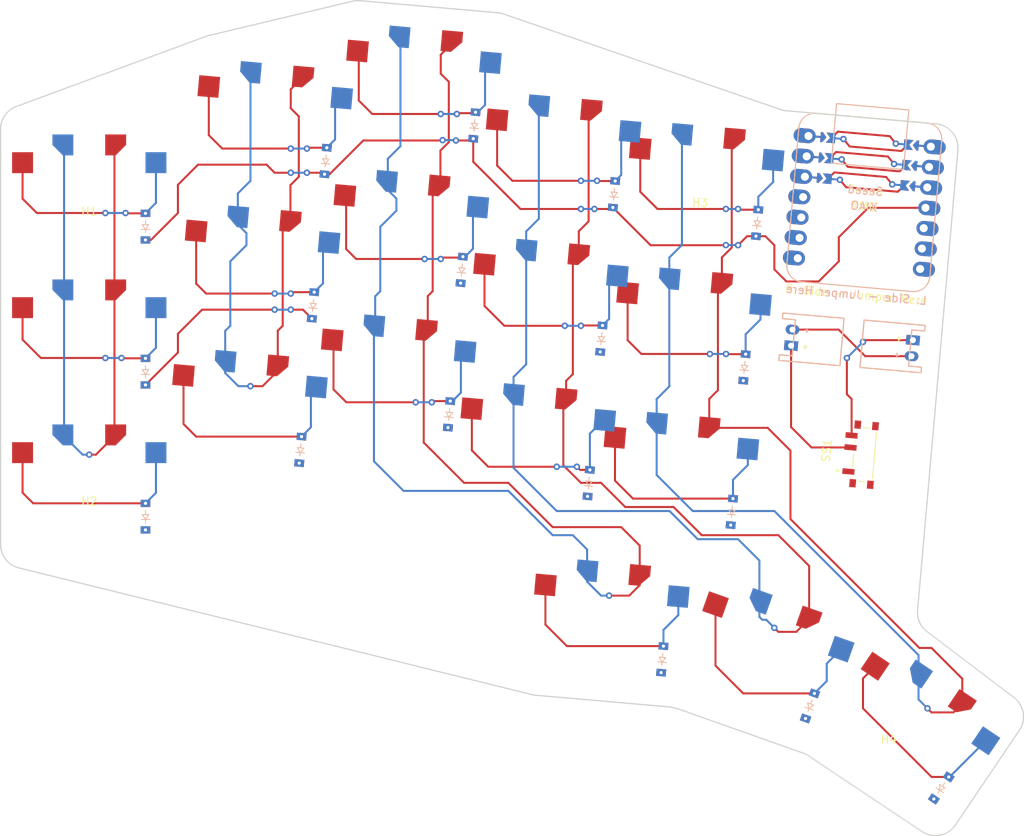
<source format=kicad_pcb>
(kicad_pcb (version 20240108) (generator "pcbnew") (generator_version "8.0")
  (title_block (title "boardPcb") (rev "v1.0.0") (company "Unknown"))
  (layers (0 "F.Cu" signal) (31 "B.Cu" signal) (34 "B.Paste" user) (35 "F.Paste" user) (36 "B.SilkS" user "B.Silkscreen") (37 "F.SilkS" user "F.Silkscreen") (38 "B.Mask" user) (39 "F.Mask" user) (44 "Edge.Cuts" user))
  (net 0 "")
  (net 1 "Net-(D1-A)")
  (net 2 "Net-(D18-A)")
  (net 3 "Net-(D17-A)")
  (net 4 "Net-(D16-A)")
  (net 5 "Net-(D15-A)")
  (net 6 "Net-(D14-A)")
  (net 7 "Net-(D13-A)")
  (net 8 "Net-(D12-A)")
  (net 9 "Net-(D11-A)")
  (net 10 "Net-(D10-A)")
  (net 11 "Net-(D9-A)")
  (net 12 "Net-(D8-A)")
  (net 13 "Net-(D7-A)")
  (net 14 "Net-(D6-A)")
  (net 15 "Net-(D5-A)")
  (net 16 "Net-(D4-A)")
  (net 17 "Net-(D3-A)")
  (net 18 "Net-(D2-A)")
  (net 19 "R2")
  (net 20 "R1")
  (net 21 "R0")
  (net 22 "Net-(JST1-Pin_2)")
  (net 23 "Net-(JST1-Pin_1)")
  (net 24 "R3")
  (net 25 "C2")
  (net 26 "Net-(JST2-Pin_1)")
  (net 27 "C0")
  (net 28 "C1")
  (net 29 "unconnected-(U1-V3-Pad11)")
  (net 30 "C3")
  (net 31 "C4")
  (net 34 "unconnected-(U1-VCC-Pad13)")
  (net 35 "unconnected-(U1-GND-Pad12)")
  (footprint "clacken:reversable_diode" (layer "F.Cu") (at 6.975552 -13.806658 90)
    (property "Reference" "D2" (hide yes))
    (property "Value" "1N4001" (hide yes))
  )
  (footprint "clacken:choc_switches" (layer "F.Cu") (at 58.523756 -40.611038 -5)
    (property "Reference" "S12" (hide yes))
    (property "Value" "SW_SPST" (hide yes))
  )
  (footprint "clacken:reversable_diode" (layer "F.Cu") (at 65.10729 -35.825694 85)
    (property "Reference" "D12" (hide yes))
    (property "Value" "1N4001" (hide yes))
  )
  (footprint "MountingHole:MountingHole_2.2mm_M2" (layer "F.Cu") (at 0 5.5)
    (property "Reference" "H2")
    (property "Value" "MountingHole_2.2mm_M2")
  )
  (footprint "clacken:choc_switches" (layer "F.Cu") (at 41.202341 -49.153204 -5)
    (property "Reference" "S9" (hide yes))
    (property "Value" "SW_SPST" (hide yes))
  )
  (footprint "clacken:reversable_diode" (layer "F.Cu") (at 61.969683 0.037316 85)
    (property "Reference" "D10" (hide yes))
    (property "Value" "1N4001" (hide yes))
  )
  (footprint "clacken:SW_SSSS811101" (layer "F.Cu") (at 96.130734 -3.494292 85)
    (property "Reference" "SS1")
    (property "Value" "SW_SSSS811101")
  )
  (footprint "clacken:choc_switches" (layer "F.Cu") (at 21.179099 -26.813335 -5)
    (property "Reference" "S5" (hide yes))
    (property "Value" "SW_SPST" (hide yes))
  )
  (footprint "clacken:JST_angled" (layer "F.Cu") (at 87.164579 -18.028894 85)
    (property "Reference" "JST1" (hide yes))
    (property "Value" "Conn_01x02" (hide yes))
  )
  (footprint "clacken:reversable_diode" (layer "F.Cu") (at 27.762633 -22.02799 85)
    (property "Reference" "D5" (hide yes))
    (property "Value" "1N4001" (hide yes))
  )
  (footprint "clacken:choc_switches" (layer "F.Cu") (at 84.246109 21.41503 -19.5)
    (property "Reference" "S17" (hide yes))
    (property "Value" "SW_SPST" (hide yes))
  )
  (footprint "clacken:reversable_diode" (layer "F.Cu") (at 26.19383 -4.096486 85)
    (property "Reference" "D4" (hide yes))
    (property "Value" "1N4001" (hide yes))
  )
  (footprint "clacken:choc_switches" (layer "F.Cu") (at 39.633538 -31.2217 -5)
    (property "Reference" "S8" (hide yes))
    (property "Value" "SW_SPST" (hide yes))
  )
  (footprint "clacken:JST_angled" (layer "F.Cu") (at 102.1075 -16.721558 -95)
    (property "Reference" "JST2" (hide yes))
    (property "Value" "Conn_01x02" (hide yes))
  )
  (footprint "clacken:choc_switches" (layer "F.Cu") (at 76.280949 -37.049845 -5)
    (property "Reference" "S15" (hide yes))
    (property "Value" "SW_SPST" (hide yes))
  )
  (footprint "clacken:reversable_diode" (layer "F.Cu") (at 89.421788 27.696335 70.5)
    (property "Reference" "D17" (hide yes))
    (property "Value" "1N4001" (hide yes))
  )
  (footprint "clacken:choc_switches" (layer "F.Cu") (at 74.712145 -19.118341 -5)
    (property "Reference" "S14" (hide yes))
    (property "Value" "SW_SPST" (hide yes))
  )
  (footprint "clacken:choc_switches" (layer "F.Cu") (at 19.610296 -8.88183 -5)
    (property "Reference" "S4" (hide yes))
    (property "Value" "SW_SPST" (hide yes))
  )
  (footprint "clacken:reversable_diode" (layer "F.Cu") (at 29.331436 -39.959495 85)
    (property "Reference" "D6" (hide yes))
    (property "Value" "1N4001" (hide yes))
  )
  (footprint "clacken:choc_switches" (layer "F.Cu") (at 38.064735 -13.290195 -5)
    (property "Reference" "S7" (hide yes))
    (property "Value" "SW_SPST" (hide yes))
  )
  (footprint "clacken:reversable_diode" (layer "F.Cu") (at 81.295679 -14.332996 85)
    (property "Reference" "D14" (hide yes))
    (property "Value" "1N4001" (hide yes))
  )
  (footprint "MountingHole:MountingHole_2.2mm_M2" (layer "F.Cu") (at 75.801592 -31.570775)
    (property "Reference" "H3")
    (property "Value" "MountingHole_2.2mm_M2")
  )
  (footprint "clacken:choc_switches" (layer "F.Cu") (at 22.747902 -44.74484 -5)
    (property "Reference" "S6" (hide yes))
    (property "Value" "SW_SPST" (hide yes))
  )
  (footprint "xiao-ble-tht" (layer "F.Cu") (at 96.161265 -34.808633 -5)
    (property "Reference" "U1" (hide yes))
    (property "Value" "~" (hide yes))
  )
  (footprint "clacken:reversable_diode" (layer "F.Cu") (at 82.864483 -32.264501 85)
    (property "Reference" "D15" (hide yes))
    (property "Value" "1N4001" (hide yes))
  )
  (footprint "clacken:reversable_diode" (layer "F.Cu") (at 71.097554 21.916118 85)
    (property "Reference" "D16" (hide yes))
    (property "Value" "1N4001" (hide yes))
  )
  (footprint "clacken:reversable_diode" (layer "F.Cu") (at 46.217072 -26.436355 85)
    (property "Reference" "D8" (hide yes))
    (property "Value" "1N4001" (hide yes))
  )
  (footprint "clacken:choc_switches" (layer "F.Cu") (at 102.276993 30.503343 -34)
    (property "Reference" "S18" (hide yes))
    (property "Value" "SW_SPST" (hide yes))
  )
  (footprint "clacken:choc_switches" (layer "F.Cu") (at 73.143342 -1.186836 -5)
    (property "Reference" "S13" (hide yes))
    (property "Value" "SW_SPST" (hide yes))
  )
  (footprint "clacken:choc_switches" (layer "F.Cu") (at 0 -36)
    (property "Reference" "S3" (hide yes))
    (property "Value" "SW_SPST" (hide yes))
  )
  (footprint "clacken:reversable_diode" (layer "F.Cu") (at 79.726876 3.598508 85)
    (property "Reference" "D13" (hide yes))
    (property "Value" "1N4001" (hide yes))
  )
  (footprint "clacken:choc_switches" (layer "F.Cu") (at 56.954952 -22.679533 -5)
    (property "Reference" "S11" (hide yes))
    (property "Value" "SW_SPST" (hide yes))
  )
  (footprint "clacken:reversable_diode" (layer "F.Cu") (at 6.975552 -31.806658 90)
    (property "Reference" "D3" (hide yes))
    (property "Value" "1N4001" (hide yes))
  )
  (footprint "clacken:reversable_diode" (layer "F.Cu") (at 105.7151 37.88046 56)
    (property "Reference" "D18" (hide yes))
    (property "Value" "1N4001" (hide yes))
  )
  (footprint "clacken:reversable_diode" (layer "F.Cu") (at 63.538486 -17.894189 85)
    (property "Reference" "D11" (hide yes))
    (property "Value" "1N4001" (hide yes))
  )
  (footprint "MountingHole:MountingHole_2.2mm_M2" (layer "F.Cu") (at 0 -30.5)
    (property "Reference" "H1")
    (property "Value" "MountingHole_2.2mm_M2")
  )
  (footprint "clacken:choc_switches" (layer "F.Cu") (at 55.386149 -4.748029 -5)
    (property "Reference" "S10" (hide yes))
    (property "Value" "SW_SPST" (hide yes))
  )
  (footprint "clacken:choc_switches" (layer "F.Cu") (at 0 0)
    (property "Reference" "S1" (hide yes))
    (property "Value" "SW_SPST" (hide yes))
  )
  (footprint "clacken:reversable_diode" (layer "F.Cu") (at 47.785875 -44.36786 85)
    (property "Reference" "D9" (hide yes))
    (property "Value" "1N4001" (hide yes))
  )
  (footprint "clacken:choc_switches" (layer "F.Cu") (at 0 -18)
    (property "Reference" "S2" (hide yes))
    (property "Value" "SW_SPST" (hide yes))
  )
  (footprint "clacken:reversable_diode" (layer "F.Cu") (at 6.975552 4.193342 90)
    (property "Reference" "D1" (hide yes))
    (property "Value" "1N4001" (hide yes))
  )
  (footprint "clacken:reversable_diode" (layer "F.Cu") (at 44.648269 -8.504851 85)
    (property "Reference" "D7" (hide yes))
    (property "Value" "1N4001" (hide yes))
  )
  (footprint "MountingHole:MountingHole_2.2mm_M2" (layer "F.Cu") (at 99.201432 35.06305)
    (property "Reference" "H4")
    (property "Value" "MountingHole_2.2mm_M2")
  )
  (footprint "clacken:choc_switches" (layer "F.Cu") (at 64.51402 17.130773 -5)
    (property "Reference" "S16" (hide yes))
    (property "Value" "SW_SPST" (hide yes))
  )
  (gr_arc (start -11 -43.911182) (mid -10.461999 -45.625404) (end -9.040961 -46.724792) (stroke (width 0.15)) (layer "Edge.Cuts"))
  (gr_arc (start 105.045958 -44.571431) (mid 107.082624 -43.51121) (end 107.773075 -41.32138) (stroke (width 0.15)) (layer "Edge.Cuts"))
  (gr_arc (start 50.67174 -58.362938) (mid 51.034936 -58.308599) (end 51.388771 -58.210291) (stroke (width 0.15)) (layer "Edge.Cuts"))
  (gr_line (start 33.593127 -59.857123) (end 50.671739 -58.362938) (stroke (width 0.15)) (layer "Edge.Cuts"))
  (gr_arc (start 107.473693 42.470126) (mid 105.566364 43.73599) (end 103.321452 43.288013) (stroke (width 0.15)) (layer "Edge.Cuts"))
  (gr_line (start 86.48617 -46.195203) (end 105.045958 -44.571432) (stroke (width 0.15)) (layer "Edge.Cuts"))
  (gr_arc (start -8.719659 10.563476) (mid -10.362094 9.500536) (end -11 7.651073) (stroke (width 0.15)) (layer "Edge.Cuts"))
  (gr_arc (start 103.945845 18.471535) (mid 103.015876 17.296364) (end 102.77038 15.817986) (stroke (width 0.15)) (layer "Edge.Cuts"))
  (gr_line (start 103.321452 43.288013) (end 89.231622 33.886407) (stroke (width 0.15)) (layer "Edge.Cuts"))
  (gr_line (start 88.567914 33.553948) (end 72.895588 28.004086) (stroke (width 0.15)) (layer "Edge.Cuts"))
  (gr_line (start 115.401368 30.716864) (end 107.473693 42.470126) (stroke (width 0.15)) (layer "Edge.Cuts"))
  (gr_line (start 72.895588 28.004086) (end 72.110118 27.833544) (stroke (width 0.15)) (layer "Edge.Cuts"))
  (gr_line (start -11 7.651073) (end -11 -43.911182) (stroke (width 0.15)) (layer "Edge.Cuts"))
  (gr_line (start 51.388771 -58.210291) (end 85.769139 -46.347849) (stroke (width 0.15)) (layer "Edge.Cuts"))
  (gr_line (start 107.773075 -41.32138) (end 103.284633 9.981746) (stroke (width 0.15)) (layer "Edge.Cuts"))
  (gr_line (start -9.040961 -46.724792) (end 14.484868 -55.428722) (stroke (width 0.15)) (layer "Edge.Cuts"))
  (gr_arc (start 86.486171 -46.195202) (mid 86.122975 -46.249541) (end 85.769139 -46.347849) (stroke (width 0.15)) (layer "Edge.Cuts"))
  (gr_arc (start 103.284633 9.981746) (mid 103.284552 9.982673) (end 103.28447 9.9836) (stroke (width 0.15)) (layer "Edge.Cuts"))
  (gr_arc (start 114.727211 26.649059) (mid 115.873885 28.548787) (end 115.401368 30.716864) (stroke (width 0.15)) (layer "Edge.Cuts"))
  (gr_line (start 103.28447 9.9836) (end 102.77038 15.817986) (stroke (width 0.15)) (layer "Edge.Cuts"))
  (gr_arc (start 55.406861 26.372198) (mid 55.176288 26.342988) (end 54.948669 26.296017) (stroke (width 0.15)) (layer "Edge.Cuts"))
  (gr_arc (start 32.634636 -59.786442) (mid 33.111033 -59.860415) (end 33.593127 -59.857123) (stroke (width 0.15)) (layer "Edge.Cuts"))
  (gr_line (start 103.945845 18.471535) (end 114.727212 26.649058) (stroke (width 0.15)) (layer "Edge.Cuts"))
  (gr_line (start 14.828805 -55.533015) (end 32.634636 -59.786442) (stroke (width 0.15)) (layer "Edge.Cuts"))
  (gr_arc (start 88.567914 33.553948) (mid 88.910091 33.69957) (end 89.231622 33.886407) (stroke (width 0.15)) (layer "Edge.Cuts"))
  (gr_line (start 72.110118 27.833544) (end 55.406861 26.372198) (stroke (width 0.15)) (layer "Edge.Cuts"))
  (gr_line (start 54.948669 26.296017) (end -8.719659 10.563476) (stroke (width 0.15)) (layer "Edge.Cuts"))
  (gr_arc (start 14.484868 -55.428722) (mid 14.655273 -55.486024) (end 14.828805 -55.533015) (stroke (width 0.15)) (layer "Edge.Cuts"))
  (segment (start -6.956658 2.543342) (end -8.275 1.225) (width 0.25) (layer "F.Cu") (net 1))
  (segment (start 6.975552 2.543342) (end -6.956658 2.543342) (width 0.25) (layer "F.Cu") (net 1))
  (segment (start -8.275 1.225) (end -8.275 -3.75) (width 0.25) (layer "F.Cu") (net 1))
  (segment (start 8.275 1.243894) (end 6.975552 2.543342) (width 0.25) (layer "B.Cu") (net 1))
  (segment (start 8.275 -3.75) (end 8.275 1.243894) (width 0.25) (layer "B.Cu") (net 1))
  (segment (start 96 24.280811) (end 97.51368 22.767131) (width 0.25) (layer "F.Cu") (net 2))
  (segment (start 106.637768 36.512548) (end 104.512548 36.512548) (width 0.25) (layer "F.Cu") (net 2))
  (segment (start 96 28) (end 96 24.280811) (width 0.25) (layer "F.Cu") (net 2))
  (segment (start 104.512548 36.512548) (end 96 28) (width 0.25) (layer "F.Cu") (net 2))
  (segment (start 111.234252 32.021773) (end 106.743477 36.512548) (width 0.25) (layer "B.Cu") (net 2))
  (segment (start 106.743477 36.512548) (end 106.637768 36.512548) (width 0.25) (layer "B.Cu") (net 2))
  (segment (start 77.697526 22.697526) (end 77.697526 15.117873) (width 0.25) (layer "F.Cu") (net 3))
  (segment (start 81.140977 26.140977) (end 77.697526 22.697526) (width 0.25) (layer "F.Cu") (net 3))
  (segment (start 89.972569 26.140977) (end 81.140977 26.140977) (width 0.25) (layer "F.Cu") (net 3))
  (segment (start 91.5 24.613546) (end 89.972569 26.140977) (width 0.25) (layer "B.Cu") (net 3))
  (segment (start 91.5 22.440619) (end 91.5 24.613546) (width 0.25) (layer "B.Cu") (net 3))
  (segment (start 93.298243 20.642376) (end 91.5 22.440619) (width 0.25) (layer "B.Cu") (net 3))
  (segment (start 56.597343 17.597343) (end 56.597343 12.673829) (width 0.25) (layer "F.Cu") (net 4))
  (segment (start 71.241361 20.272397) (end 59.272397 20.272397) (width 0.25) (layer "F.Cu") (net 4))
  (segment (start 59.272397 20.272397) (end 56.597343 17.597343) (width 0.25) (layer "F.Cu") (net 4))
  (segment (start 73.084365 14.116257) (end 73.084365 16.415635) (width 0.25) (layer "B.Cu") (net 4))
  (segment (start 71.241361 18.258639) (end 71.241361 20.272397) (width 0.25) (layer "B.Cu") (net 4))
  (segment (start 73.084365 16.415635) (end 71.241361 18.258639) (width 0.25) (layer "B.Cu") (net 4))
  (segment (start 78.98876 -34) (end 70.5 -34) (width 0.25) (layer "F.Cu") (net 5))
  (segment (start 70.5 -34) (end 68.364272 -36.135728) (width 0.25) (layer "F.Cu") (net 5))
  (segment (start 80.591778 -33.908222) (end 80.5 -34) (width 0.25) (layer "F.Cu") (net 5))
  (segment (start 83.00829 -33.908222) (end 80.591778 -33.908222) (width 0.25) (layer "F.Cu") (net 5))
  (segment (start 68.364272 -36.135728) (end 68.364272 -41.506789) (width 0.25) (layer "F.Cu") (net 5))
  (via (at 78.98876 -34) (size 0.8) (drill 0.4) (layers "F.Cu" "B.Cu") (net 5))
  (via (at 80.5 -34) (size 0.8) (drill 0.4) (layers "F.Cu" "B.Cu") (net 5))
  (segment (start 83.00829 -35.50829) (end 83.00829 -33.908222) (width 0.25) (layer "B.Cu") (net 5))
  (segment (start 84.851294 -40.064361) (end 84.851294 -37.351294) (width 0.25) (layer "B.Cu") (net 5))
  (segment (start 84.851294 -37.351294) (end 83.00829 -35.50829) (width 0.25) (layer "B.Cu") (net 5))
  (segment (start 80.5 -34) (end 78.98876 -34) (width 0.25) (layer "B.Cu") (net 5))
  (segment (start 77 -16) (end 68.5 -16) (width 0.25) (layer "F.Cu") (net 6))
  (segment (start 68.5 -16) (end 66.795468 -17.704532) (width 0.25) (layer "F.Cu") (net 6))
  (segment (start 79.023283 -15.976717) (end 79 -16) (width 0.25) (layer "F.Cu") (net 6))
  (segment (start 66.795468 -17.704532) (end 66.795468 -23.575285) (width 0.25) (layer "F.Cu") (net 6))
  (segment (start 81.439486 -15.976717) (end 79.023283 -15.976717) (width 0.25) (layer "F.Cu") (net 6))
  (via (at 77 -16) (size 0.8) (drill 0.4) (layers "F.Cu" "B.Cu") (net 6))
  (via (at 79 -16) (size 0.8) (drill 0.4) (layers "F.Cu" "B.Cu") (net 6))
  (segment (start 83.28249 -20.28249) (end 81.439486 -18.439486) (width 0.25) (layer "B.Cu") (net 6))
  (segment (start 79 -16) (end 77 -16) (width 0.25) (layer "B.Cu") (net 6))
  (segment (start 81.439486 -18.439486) (end 81.439486 -15.976717) (width 0.25) (layer "B.Cu") (net 6))
  (segment (start 83.28249 -22.132857) (end 83.28249 -20.28249) (width 0.25) (layer "B.Cu") (net 6))
  (segment (start 67.454787 1.954787) (end 65.226665 -0.273335) (width 0.25) (layer "F.Cu") (net 7))
  (segment (start 65.226665 -0.273335) (end 65.226665 -5.64378) (width 0.25) (layer "F.Cu") (net 7))
  (segment (start 79.870683 1.954787) (end 67.454787 1.954787) (width 0.25) (layer "F.Cu") (net 7))
  (segment (start 81.713687 -4.201352) (end 81.713687 -2.213687) (width 0.25) (layer "B.Cu") (net 7))
  (segment (start 81.713687 -2.213687) (end 79.870683 -0.370683) (width 0.25) (layer "B.Cu") (net 7))
  (segment (start 79.870683 -0.370683) (end 79.870683 1.954787) (width 0.25) (layer "B.Cu") (net 7))
  (segment (start 52.5 -37.5) (end 50.607079 -39.392921) (width 0.25) (layer "F.Cu") (net 8))
  (segment (start 61 -37.5) (end 52.5 -37.5) (width 0.25) (layer "F.Cu") (net 8))
  (segment (start 65.251097 -37.469415) (end 63.030585 -37.469415) (width 0.25) (layer "F.Cu") (net 8))
  (segment (start 50.607079 -39.392921) (end 50.607079 -45.067982) (width 0.25) (layer "F.Cu") (net 8))
  (segment (start 63.030585 -37.469415) (end 63 -37.5) (width 0.25) (layer "F.Cu") (net 8))
  (via (at 63 -37.5) (size 0.8) (drill 0.4) (layers "F.Cu" "B.Cu") (net 8))
  (via (at 61 -37.5) (size 0.8) (drill 0.4) (layers "F.Cu" "B.Cu") (net 8))
  (segment (start 66 -38.218318) (end 65.251097 -37.469415) (width 0.25) (layer "B.Cu") (net 8))
  (segment (start 67.094101 -43.625554) (end 66 -42.531453) (width 0.25) (layer "B.Cu") (net 8))
  (segment (start 66 -42.531453) (end 66 -38.218318) (width 0.25) (layer "B.Cu") (net 8))
  (segment (start 63 -37.5) (end 61 -37.5) (width 0.25) (layer "B.Cu") (net 8))
  (segment (start 63.682293 -19.53791) (end 61.03791 -19.53791) (width 0.25) (layer "F.Cu") (net 9))
  (segment (start 61.03791 -19.53791) (end 61 -19.5) (width 0.25) (layer "F.Cu") (net 9))
  (segment (start 59 -19.5) (end 51.5 -19.5) (width 0.25) (layer "F.Cu") (net 9))
  (segment (start 51.5 -19.5) (end 49.038275 -21.961725) (width 0.25) (layer "F.Cu") (net 9))
  (segment (start 49.038275 -21.961725) (end 49.038275 -27.136477) (width 0.25) (layer "F.Cu") (net 9))
  (via (at 61 -19.5) (size 0.8) (drill 0.4) (layers "F.Cu" "B.Cu") (net 9))
  (via (at 59 -19.5) (size 0.8) (drill 0.4) (layers "F.Cu" "B.Cu") (net 9))
  (segment (start 65.525297 -25.694049) (end 64.5 -24.668752) (width 0.25) (layer "B.Cu") (net 9))
  (segment (start 64.5 -24.668752) (end 64.5 -20.355617) (width 0.25) (layer "B.Cu") (net 9))
  (segment (start 61 -19.5) (end 59 -19.5) (width 0.25) (layer "B.Cu") (net 9))
  (segment (start 64.5 -20.355617) (end 63.682293 -19.53791) (width 0.25) (layer "B.Cu") (net 9))
  (segment (start 49.5 -2) (end 47.469472 -4.030528) (width 0.25) (layer "F.Cu") (net 10))
  (segment (start 47.469472 -4.030528) (end 47.469472 -9.204973) (width 0.25) (layer "F.Cu") (net 10))
  (segment (start 60.893595 -1.606405) (end 60.5 -2) (width 0.25) (layer "F.Cu") (net 10))
  (segment (start 58 -2) (end 49.5 -2) (width 0.25) (layer "F.Cu") (net 10))
  (segment (start 62.11349 -1.606405) (end 60.893595 -1.606405) (width 0.25) (layer "F.Cu") (net 10))
  (via (at 60.5 -2) (size 0.8) (drill 0.4) (layers "F.Cu" "B.Cu") (net 10))
  (via (at 58 -2) (size 0.8) (drill 0.4) (layers "F.Cu" "B.Cu") (net 10))
  (segment (start 62.11349 -6.11349) (end 62.11349 -1.606405) (width 0.25) (layer "B.Cu") (net 10))
  (segment (start 63.762545 -7.762545) (end 62.11349 -6.11349) (width 0.25) (layer "B.Cu") (net 10))
  (segment (start 60.5 -2) (end 58 -2) (width 0.25) (layer "B.Cu") (net 10))
  (segment (start 63.956494 -7.762545) (end 63.762545 -7.762545) (width 0.25) (layer "B.Cu") (net 10))
  (segment (start 43.60859 -45.792419) (end 35.10859 -45.792419) (width 0.25) (layer "F.Cu") (net 11))
  (segment (start 33.439815 -47.461194) (end 33.439815 -53.494203) (width 0.25) (layer "F.Cu") (net 11))
  (segment (start 35.10859 -45.792419) (end 33.439815 -47.461194) (width 0.25) (layer "F.Cu") (net 11))
  (segment (start 48.083833 -45.895635) (end 45.711806 -45.895635) (width 0.25) (layer "F.Cu") (net 11))
  (via (at 45.60859 -45.792419) (size 0.8) (drill 0.4) (layers "F.Cu" "B.Cu") (net 11))
  (via (at 43.60859 -45.792419) (size 0.8) (drill 0.4) (layers "F.Cu" "B.Cu") (net 11))
  (segment (start 45.60859 -45.792419) (end 43.60859 -45.792419) (width 0.25) (layer "B.Cu") (net 11))
  (segment (start 49.10859 -46.920392) (end 48.083833 -45.895635) (width 0.25) (layer "B.Cu") (net 11))
  (segment (start 49.10859 -51.233528) (end 49.10859 -46.920392) (width 0.25) (layer "B.Cu") (net 11))
  (segment (start 33.10859 -27.792419) (end 31.871012 -29.029997) (width 0.25) (layer "F.Cu") (net 12))
  (segment (start 46.51503 -27.96413) (end 43.780301 -27.96413) (width 0.25) (layer "F.Cu") (net 12))
  (segment (start 31.871012 -29.029997) (end 31.871012 -35.562698) (width 0.25) (layer "F.Cu") (net 12))
  (segment (start 41.60859 -27.792419) (end 33.10859 -27.792419) (width 0.25) (layer "F.Cu") (net 12))
  (via (at 41.60859 -27.792419) (size 0.8) (drill 0.4) (layers "F.Cu" "B.Cu") (net 12))
  (via (at 43.60859 -27.792419) (size 0.8) (drill 0.4) (layers "F.Cu" "B.Cu") (net 12))
  (segment (start 47.60859 -29.05769) (end 46.51503 -27.96413) (width 0.25) (layer "B.Cu") (net 12))
  (segment (start 43.60859 -27.792419) (end 41.60859 -27.792419) (width 0.25) (layer "B.Cu") (net 12))
  (segment (start 47.60859 -33.370826) (end 47.60859 -29.05769) (width 0.25) (layer "B.Cu") (net 12))
  (segment (start 40.5 -10) (end 31.901009 -10) (width 0.25) (layer "F.Cu") (net 13))
  (segment (start 31.901009 -10) (end 30.302209 -11.5988) (width 0.25) (layer "F.Cu") (net 13))
  (segment (start 44.792076 -10.148572) (end 42.648572 -10.148572) (width 0.25) (layer "F.Cu") (net 13))
  (segment (start 42.648572 -10.148572) (end 42.5 -10) (width 0.25) (layer "F.Cu") (net 13))
  (segment (start 30.302209 -11.5988) (end 30.302209 -17.631193) (width 0.25) (layer "F.Cu") (net 13))
  (via (at 42.5 -10) (size 0.8) (drill 0.4) (layers "F.Cu" "B.Cu") (net 13))
  (via (at 40.5 -10) (size 0.8) (drill 0.4) (layers "F.Cu" "B.Cu") (net 13))
  (segment (start 46.10859 -15.792419) (end 46.10859 -11.194989) (width 0.25) (layer "B.Cu") (net 13))
  (segment (start 46.10859 -11.194989) (end 44.946227 -10.032626) (width 0.25) (layer "B.Cu") (net 13))
  (segment (start 42.5 -10) (end 40.5 -10) (width 0.25) (layer "B.Cu") (net 13))
  (segment (start 16.5 -41.5) (end 14.831225 -43.168775) (width 0.25) (layer "F.Cu") (net 14))
  (segment (start 14.831225 -43.168775) (end 14.831225 -49.201784) (width 0.25) (layer "F.Cu") (net 14))
  (segment (start 29.475243 -41.603216) (end 27.103216 -41.603216) (width 0.25) (layer "F.Cu") (net 14))
  (segment (start 25 -41.5) (end 16.5 -41.5) (width 0.25) (layer "F.Cu") (net 14))
  (segment (start 27.103216 -41.603216) (end 27 -41.5) (width 0.25) (layer "F.Cu") (net 14))
  (via (at 27 -41.5) (size 0.8) (drill 0.4) (layers "F.Cu" "B.Cu") (net 14))
  (via (at 25 -41.5) (size 0.8) (drill 0.4) (layers "F.Cu" "B.Cu") (net 14))
  (segment (start 27 -41.5) (end 25 -41.5) (width 0.25) (layer "B.Cu") (net 14))
  (segment (start 30.5 -42.627973) (end 29.475243 -41.603216) (width 0.25) (layer "B.Cu") (net 14))
  (segment (start 30.5 -46.941109) (end 30.5 -42.627973) (width 0.25) (layer "B.Cu") (net 14))
  (segment (start 31.318247 -47.759356) (end 30.5 -46.941109) (width 0.25) (layer "B.Cu") (net 14))
  (segment (start 14.5 -23.5) (end 13.262422 -24.737578) (width 0.25) (layer "F.Cu") (net 15))
  (segment (start 27.90644 -23.671711) (end 25.171711 -23.671711) (width 0.25) (layer "F.Cu") (net 15))
  (segment (start 23 -23.5) (end 14.5 -23.5) (width 0.25) (layer "F.Cu") (net 15))
  (segment (start 13.262422 -24.737578) (end 13.262422 -31.270279) (width 0.25) (layer "F.Cu") (net 15))
  (segment (start 25.171711 -23.671711) (end 25 -23.5) (width 0.25) (layer "F.Cu") (net 15))
  (via (at 25 -23.5) (size 0.8) (drill 0.4) (layers "F.Cu" "B.Cu") (net 15))
  (via (at 23 -23.5) (size 0.8) (drill 0.4) (layers "F.Cu" "B.Cu") (net 15))
  (segment (start 29 -24.765271) (end 27.90644 -23.671711) (width 0.25) (layer "B.Cu") (net 15))
  (segment (start 29 -29.078407) (end 29 -24.765271) (width 0.25) (layer "B.Cu") (net 15))
  (segment (start 29.749444 -29.827851) (end 29 -29.078407) (width 0.25) (layer "B.Cu") (net 15))
  (segment (start 25 -23.5) (end 23 -23.5) (width 0.25) (layer "B.Cu") (net 15))
  (segment (start 13.259793 -5.740207) (end 11.693619 -7.306381) (width 0.25) (layer "F.Cu") (net 16))
  (segment (start 11.693619 -7.306381) (end 11.693619 -13.338774) (width 0.25) (layer "F.Cu") (net 16))
  (segment (start 26.337637 -5.740207) (end 13.259793 -5.740207) (width 0.25) (layer "F.Cu") (net 16))
  (segment (start 28.180641 -11.896346) (end 27.896346 -11.896346) (width 0.25) (layer "B.Cu") (net 16))
  (segment (start 27.896346 -11.896346) (end 27.5 -11.5) (width 0.25) (layer "B.Cu") (net 16))
  (segment (start 27.5 -11.5) (end 27.5 -6.90257) (width 0.25) (layer "B.Cu") (net 16))
  (segment (start 27.5 -6.90257) (end 26.337637 -5.740207) (width 0.25) (layer "B.Cu") (net 16))
  (segment (start 4.543342 -33.456658) (end 4.5 -33.5) (width 0.25) (layer "F.Cu") (net 17))
  (segment (start 6.975552 -33.456658) (end 4.543342 -33.456658) (width 0.25) (layer "F.Cu") (net 17))
  (segment (start -8.275 -35.275) (end -8.275 -39.75) (width 0.25) (layer "F.Cu") (net 17))
  (segment (start 2 -33.5) (end -6.5 -33.5) (width 0.25) (layer "F.Cu") (net 17))
  (segment (start -6.5 -33.5) (end -8.275 -35.275) (width 0.25) (layer "F.Cu") (net 17))
  (via (at 4.5 -33.5) (size 0.8) (drill 0.4) (layers "F.Cu" "B.Cu") (net 17))
  (via (at 2 -33.5) (size 0.8) (drill 0.4) (layers "F.Cu" "B.Cu") (net 17))
  (segment (start 8.275 -34.756106) (end 6.975552 -33.456658) (width 0.25) (layer "B.Cu") (net 17))
  (segment (start 4.5 -33.5) (end 2 -33.5) (width 0.25) (layer "B.Cu") (net 17))
  (segment (start 8.275 -39.75) (end 8.275 -34.756106) (width 0.25) (layer "B.Cu") (net 17))
  (segment (start -8.275 -17.775) (end -8.275 -21.75) (width 0.25) (layer "F.Cu") (net 18))
  (segment (start 2 -15.5) (end -6 -15.5) (width 0.25) (layer "F.Cu") (net 18))
  (segment (start 6.975552 -15.456658) (end 4.043342 -15.456658) (width 0.25) (layer "F.Cu") (net 18))
  (segment (start -6 -15.5) (end -8.275 -17.775) (width 0.25) (layer "F.Cu") (net 18))
  (segment (start 4.043342 -15.456658) (end 4 -15.5) (width 0.25) (layer "F.Cu") (net 18))
  (via (at 4 -15.5) (size 0.8) (drill 0.4) (layers "F.Cu" "B.Cu") (net 18))
  (via (at 2 -15.5) (size 0.8) (drill 0.4) (layers "F.Cu" "B.Cu") (net 18))
  (segment (start 8.275 -16.756106) (end 6.975552 -15.456658) (width 0.25) (layer "B.Cu") (net 18))
  (segment (start 8.275 -21.75) (end 8.275 -16.756106) (width 0.25) (layer "B.Cu") (net 18))
  (segment (start 4 -15.5) (end 2 -15.5) (width 0.25) (layer "B.Cu") (net 18))
  (segment (start 26.503095 -21.5) (end 27.618826 -20.384269) (width 0.25) (layer "F.Cu") (net 20))
  (segment (start 25 -21.5) (end 26.503095 -21.5) (width 0.25) (layer "F.Cu") (net 20))
  (segment (start 14 -21.5) (end 23 -21.5) (width 0.25) (layer "F.Cu") (net 20))
  (segment (start 6.975552 -12.156658) (end 11 -16.181106) (width 0.25) (layer "F.Cu") (net 20))
  (segment (start 11 -18.5) (end 14 -21.5) (width 0.25) (layer "F.Cu") (net 20))
  (segment (start 11 -16.181106) (end 11 -18.5) (width 0.25) (layer "F.Cu") (net 20))
  (via (at 23 -21.5) (size 0.8) (drill 0.4) (layers "F.Cu" "B.Cu") (net 20))
  (via (at 25 -21.5) (size 0.8) (drill 0.4) (layers "F.Cu" "B.Cu") (net 20))
  (segment (start 23 -21.5) (end 25 -21.5) (width 0.25) (layer "B.Cu") (net 20))
  (segment (start 93 -30.5) (end 96.644506 -34.144506) (width 0.25) (layer "F.Cu") (net 21))
  (segment (start 47.417929 -42.5) (end 47.642068 -42.724139) (width 0.25) (layer "F.Cu") (net 21))
  (segment (start 85 -26.5) (end 86.5 -25) (width 0.25) (layer "F.Cu") (net 21))
  (segment (start 7.656658 -30.156658) (end 10.5 -33) (width 0.25) (layer "F.Cu") (net 21))
  (segment (start 78.974694 -29.5) (end 78.987347 -29.512653) (width 0.25) (layer "F.Cu") (net 21))
  (segment (start 85 -29.5) (end 85 -26.5) (width 0.25) (layer "F.Cu") (net 21))
  (segment (start 22 -39.5) (end 23 -38.5) (width 0.25) (layer "F.Cu") (net 21))
  (segment (start 62.681567 -34) (end 64.78151 -34) (width 0.25) (layer "F.Cu") (net 21))
  (segment (start 51.5 -36) (end 53.5 -34) (width 0.25) (layer "F.Cu") (net 21))
  (segment (start 53.5 -34) (end 61 -34) (width 0.25) (layer "F.Cu") (net 21))
  (segment (start 86.5 -25) (end 90.5 -25) (width 0.25) (layer "F.Cu") (net 21))
  (segment (start 13.5 -39.5) (end 22 -39.5) (width 0.25) (layer "F.Cu") (net 21))
  (segment (start 29.003403 -38.5) (end 29.187629 -38.315774) (width 0.25) (layer "F.Cu") (net 21))
  (segment (start 11 -37) (end 13.5 -39.5) (width 0.25) (layer "F.Cu") (net 21))
  (segment (start 81.62078 -30.62078) (end 82.720676 -30.62078) (width 0.25) (layer "F.Cu") (net 21))
  (segment (start 10.5 -33) (end 11 -33.5) (width 0.25) (layer "F.Cu") (net 21))
  (segment (start 29.815774 -38.315774) (end 34 -42.5) (width 0.25) (layer "F.Cu") (net 21))
  (segment (start 6.975552 -30.156658) (end 7.656658 -30.156658) (width 0.25) (layer "F.Cu") (net 21))
  (segment (start 48 -39.5) (end 51.5 -36) (width 0.25) (layer "F.Cu") (net 21))
  (segment (start 64.963483 -34.181973) (end 69.645456 -29.5) (width 0.25) (layer "F.Cu") (net 21))
  (segment (start 90.5 -25) (end 93 -27.5) (width 0.25) (layer "F.Cu") (net 21))
  (segment (start 47.642068 -39.857932) (end 48 -39.5) (width 0.25) (layer "F.Cu") (net 21))
  (segment (start 11 -36) (end 11 -37) (width 0.25) (layer "F.Cu") (net 21))
  (segment (start 43.790866 -42.5) (end 43.837228 -42.546362) (width 0.25) (layer "F.Cu") (net 21))
  (segment (start 23 -38.5) (end 25 -38.5) (width 0.25) (layer "F.Cu") (net 21))
  (segment (start 29.187629 -38.315774) (end 29.815774 -38.315774) (width 0.25) (layer "F.Cu") (net 21))
  (segment (start 45.5 -42.5) (end 47.417929 -42.5) (width 0.25) (layer "F.Cu") (net 21))
  (segment (start 11 -33.5) (end 11 -36) (width 0.25) (layer "F.Cu") (net 21))
  (segment (start 27 -38.5) (end 29.003403 -38.5) (width 0.25) (layer "F.Cu") (net 21))
  (segment (start 93 -27.5) (end 93 -30.5) (width 0.25) (layer "F.Cu") (net 21))
  (segment (start 80.5 -29.5) (end 81.62078 -30.62078) (width 0.25) (layer "F.Cu") (net 21))
  (segment (start 47.642068 -42.724139) (end 47.642068 -39.857932) (width 0.25) (layer "F.Cu") (net 21))
  (segment (start 96.644506 -34.144506) (end 103.752269 -34.144506) (width 0.25) (layer "F.Cu") (net 21))
  (segment (start 82.720676 -30.62078) (end 83.87922 -30.62078) (width 0.25) (layer "F.Cu") (net 21))
  (segment (start 69.645456 -29.5) (end 74.5 -29.5) (width 0.25) (layer "F.Cu") (net 21))
  (segment (start 74.5 -29.5) (end 78.974694 -29.5) (width 0.25) (layer "F.Cu") (net 21))
  (segment (start 34 -42.5) (end 43.790866 -42.5) (width 0.25) (layer "F.Cu") (net 21))
  (segment (start 83.87922 -30.62078) (end 85 -29.5) (width 0.25) (layer "F.Cu") (net 21))
  (via (at 27 -38.5) (size 0.8) (drill 0.4) (layers "F.Cu" "B.Cu") (net 21))
  (via (at 80.5 -29.5) (size 0.8) (drill 0.4) (layers "F.Cu" "B.Cu") (net 21))
  (via (at 43.837228 -42.546362) (size 0.8) (drill 0.4) (layers "F.Cu" "B.Cu") (net 21))
  (via (at 78.987347 -29.512653) (size 0.8) (drill 0.4) (layers "F.Cu" "B.Cu") (net 21))
  (via (at 61 -34) (size 0.8) (drill 0.4) (layers "F.Cu" "B.Cu") (net 21))
  (via (at 45.5 -42.5) (size 0.8) (drill 0.4) (layers "F.Cu" "B.Cu") (net 21))
  (via (at 25 -38.5) (size 0.8) (drill 0.4) (layers "F.Cu" "B.Cu") (net 21))
  (via (at 62.681567 -34) (size 0.8) (drill 0.4) (layers "F.Cu" "B.Cu") (net 21))
  (segment (start 80.487347 -29.512653) (end 80.5 -29.5) (width 0.25) (layer "B.Cu") (net 21))
  (segment (start 45.453638 -42.546362) (end 45.5 -42.5) (width 0.25) (layer "B.Cu") (net 21))
  (segment (start 61 -34) (end 62.681567 -34) (width 0.25) (layer "B.Cu") (net 21))
  (segment (start 43.837228 -42.546362) (end 45.453638 -42.546362) (width 0.25) (layer "B.Cu") (net 21))
  (segment (start 78.987347 -29.512653) (end 80.487347 -29.512653) (width 0.25) (layer "B.Cu") (net 21))
  (segment (start 25 -38.5) (end 27 -38.5) (width 0.25) (layer "B.Cu") (net 21))
  (segment (start 87.251735 -19.025089) (end 92.974911 -19.025089) (width 0.25) (layer "F.Cu") (net 22))
  (segment (start 96.274637 -15.725363) (end 102.020344 -15.725363) (width 0.25) (layer "F.Cu") (net 22))
  (segment (start 92.974911 -19.025089) (end 96.274637 -15.725363) (width 0.25) (layer "F.Cu") (net 22))
  (segment (start 87.077423 -17.032699) (end 87.077423 -6.922577) (width 0.25) (layer "F.Cu") (net 23))
  (segment (start 87.077423 -6.922577) (end 89.606039 -4.393961) (width 0.25) (layer "F.Cu") (net 23))
  (segment (start 89.606039 -4.393961) (end 94.45276 -4.393961) (width 0.25) (layer "F.Cu") (net 23))
  (segment (start 45.137606 -54.679182) (end 43.60859 -53.150166) (width 0.25) (layer "F.Cu") (net 25))
  (segment (start 100.31 -36.14) (end 93.9 -36.7) (width 0.25) (layer "F.Cu") (net 25))
  (segment (start 52 0) (end 57.5 5.5) (width 0.25) (layer "F.Cu") (net 25))
  (segment (start 64.5 14) (end 67 14) (width 0.25) (layer "F.Cu") (net 25))
  (segment (start 90.78 -37.83) (end 88.79 -38) (width 0.25) (layer "F.Cu") (net 25))
  (segment (start 93.9 -36.7) (end 93.13 -37.62) (width 0.25) (layer "F.Cu") (net 25))
  (segment (start 43.60859 -50.792419) (end 44.60859 -49.792419) (width 0.25) (layer "F.Cu") (net 25))
  (segment (start 68.295134 7.795134) (end 68.295134 11.48885) (width 0.25) (layer "F.Cu") (net 25))
  (segment (start 43.568803 -41.252632) (end 43.568803 -36.747677) (width 0.25) (layer "F.Cu") (net 25))
  (segment (start 101.14 -36.92) (end 100.31 -36.14) (width 0.25) (layer "F.Cu") (net 25))
  (segment (start 66 5.5) (end 68.295134 7.795134) (width 0.25) (layer "F.Cu") (net 25))
  (segment (start 42.60859 -23.792419) (end 42 -23.183829) (width 0.25) (layer "F.Cu") (net 25))
  (segment (start 41.497546 -5.002454) (end 46.5 0) (width 0.25) (layer "F.Cu") (net 25))
  (segment (start 43.60859 -53.150166) (end 43.60859 -50.792419) (width 0.25) (layer "F.Cu") (net 25))
  (segment (start 68.295134 12.704866) (end 68.295134 11.48885) (width 0.25) (layer "F.Cu") (net 25))
  (segment (start 67 14) (end 68.295134 12.704866) (width 0.25) (layer "F.Cu") (net 25))
  (segment (start 46.5 0) (end 52 0) (width 0.25) (layer "F.Cu") (net 25))
  (segment (start 44.60859 -49.792419) (end 44.60859 -42.292419) (width 0.25) (layer "F.Cu") (net 25))
  (segment (start 42 -23.183829) (end 42 -18.816172) (width 0.25) (layer "F.Cu") (net 25))
  (segment (start 42.60859 -35.787464) (end 42.60859 -23.792419) (width 0.25) (layer "F.Cu") (net 25))
  (segment (start 41.845849 -18.932118) (end 41.497546 -18.583815) (width 0.25) (layer "F.Cu") (net 25))
  (segment (start 57.5 5.5) (end 66 5.5) (width 0.25) (layer "F.Cu") (net 25))
  (segment (start 44.60859 -42.292419) (end 43.568803 -41.252632) (width 0.25) (layer "F.Cu") (net 25))
  (segment (start 41.497546 -18.583815) (end 41.497546 -5.002454) (width 0.25) (layer "F.Cu") (net 25))
  (via (at 64.5 14) (size 0.8) (drill 0.4) (layers "F.Cu" "B.Cu") (net 25))
  (segment (start 61.770059 10.917979) (end 61.770059 12.270059) (width 0.25) (layer "B.Cu") (net 25))
  (segment (start 35.320774 -19.502989) (end 35.320774 -2.679226) (width 0.25) (layer "B.Cu") (net 25))
  (segment (start 37.043728 -40.227557) (end 37.043728 -37.318548) (width 0.25) (layer "B.Cu") (net 25))
  (segment (start 36.10859 -23.792419) (end 35.474925 -23.158754) (width 0.25) (layer "B.Cu") (net 25))
  (segment (start 57.5 6.5) (end 60 6.5) (width 0.25) (layer "B.Cu") (net 25))
  (segment (start 37.043728 -36.357281) (end 38.10859 -35.292419) (width 0.25) (layer "B.Cu") (net 25))
  (segment (start 63.5 14) (end 64.5 14) (width 0.25) (layer "B.Cu") (net 25))
  (segment (start 35.474925 -23.158754) (end 35.474925 -19.387043) (width 0.25) (layer "B.Cu") (net 25))
  (segment (start 35.320774 -2.679226) (end 39 1) (width 0.25) (layer "B.Cu") (net 25))
  (segment (start 39 1) (end 52 1) (width 0.25) (layer "B.Cu") (net 25))
  (segment (start 36.10859 -31.792419) (end 36.10859 -23.792419) (width 0.25) (layer "B.Cu") (net 25))
  (segment (start 90.78 -37.83) (end 88.79 -38) (width 0.25) (layer "B.Cu") (net 25))
  (segment (start 38.60859 -46.292419) (end 38.60859 -41.792419) (width 0.25) (layer "B.Cu") (net 25))
  (segment (start 61.770059 12.270059) (end 63.5 14) (width 0.25) (layer "B.Cu") (net 25))
  (segment (start 38.612531 -55.250053) (end 38.612531 -46.29636) (width 0.25) (layer "B.Cu") (net 25))
  (segment (start 91.63 -37.76) (end 93.13 -37.62) (width 0.25) (layer "B.Cu") (net 25))
  (segment (start 61.770059 8.270059) (end 61.770059 10.917979) (width 0.25) (layer "B.Cu") (net 25))
  (segment (start 52 1) (end 57.5 6.5) (width 0.25) (layer "B.Cu") (net 25))
  (segment (start 38.10859 -33.792419) (end 36.10859 -31.792419) (width 0.25) (layer "B.Cu") (net 25))
  (segment (start 38.10859 -35.292419) (end 38.10859 -33.792419) (width 0.25) (layer "B.Cu") (net 25))
  (segment (start 38.60859 -41.792419) (end 37.043728 -40.227557) (width 0.25) (layer "B.Cu") (net 25))
  (segment (start 60 6.5) (end 61.770059 8.270059) (width 0.25) (layer "B.Cu") (net 25))
  (segment (start 94 -11) (end 94.585982 -10.414018) (width 0.25) (layer "F.Cu") (net 26))
  (segment (start 94 -15.5) (end 94 -11) (width 0.25) (layer "F.Cu") (net 26))
  (segment (start 96.217753 -17.717753) (end 96 -17.5) (width 0.25) (layer "F.Cu") (net 26))
  (segment (start 94.585982 -5.890741) (end 94.583494 -5.888253) (width 0.25) (layer "F.Cu") (net 26))
  (segment (start 102.194656 -17.717753) (end 96.217753 -17.717753) (width 0.25) (layer "F.Cu") (net 26))
  (segment (start 94.585982 -10.414018) (end 94.585982 -5.890741) (width 0.25) (layer "F.Cu") (net 26))
  (via (at 96 -17.5) (size 0.8) (drill 0.4) (layers "F.Cu" "B.Cu") (net 26))
  (via (at 94 -15.5) (size 0.8) (drill 0.4) (layers "F.Cu" "B.Cu") (net 26))
  (segment (start 96 -17.5) (end 94 -15.5) (width 0.25) (layer "B.Cu") (net 26))
  (segment (start 3.275 -6.275) (end 3.125 -6.425) (width 0.25) (layer "F.Cu") (net 27))
  (segment (start 3.125 -24.425) (end 3.125 -41.8) (width 0.25) (layer "F.Cu") (net 27))
  (segment (start 0 -3.5) (end 0.825 -3.5) (width 0.25) (layer "F.Cu") (net 27))
  (segment (start 94.34 -41.76) (end 93.58 -42.68) (width 0.25) (layer "F.Cu") (net 27))
  (segment (start 3.125 -23.8) (end 3.275 -23.95) (width 0.25) (layer "F.Cu") (net 27))
  (segment (start 3.275 -5.95) (end 3.275 -6.275) (width 0.25) (layer "F.Cu") (net 27))
  (segment (start 3.275 -24.275) (end 3.125 -24.425) (width 0.25) (layer "F.Cu") (net 27))
  (segment (start 91.23 -42.89) (end 89.23 -43.06) (width 0.25) (layer "F.Cu") (net 27))
  (segment (start 3.275 -23.95) (end 3.275 -24.275) (width 0.25) (layer "F.Cu") (net 27))
  (segment (start 101.58 -41.98) (end 100.76 -41.2) (width 0.25) (layer "F.Cu") (net 27))
  (segment (start 100.76 -41.2) (end 94.34 -41.76) (width 0.25) (layer "F.Cu") (net 27))
  (segment (start 3.125 -41.8) (end 3.275 -41.95) (width 0.25) (layer "F.Cu") (net 27))
  (segment (start 0.825 -3.5) (end 3.275 -5.95) (width 0.25) (layer "F.Cu") (net 27))
  (segment (start 3.125 -6.425) (end 3.125 -23.8) (width 0.25) (layer "F.Cu") (net 27))
  (via (at 0 -3.5) (size 0.8) (drill 0.4) (layers "F.Cu" "B.Cu") (net 27))
  (segment (start -3.125 -23.8) (end -3.125 -6.1) (width 0.25) (layer "B.Cu") (net 27))
  (segment (start -3.125 -24.1) (end -3.275 -23.95) (width 0.25) (layer "B.Cu") (net 27))
  (segment (start -3.125 -6.1) (end -3.275 -5.95) (width 0.25) (layer "B.Cu") (net 27))
  (segment (start -3.275 -41.95) (end -3.125 -41.8) (width 0.25) (layer "B.Cu") (net 27))
  (segment (start -3.275 -23.95) (end -3.125 -23.8) (width 0.25) (layer "B.Cu") (net 27))
  (segment (start -3.125 -41.8) (end -3.125 -24.1) (width 0.25) (layer "B.Cu") (net 27))
  (segment (start -3.275 -5.95) (end -0.825 -3.5) (width 0.25) (layer "B.Cu") (net 27))
  (segment (start -0.825 -3.5) (end 0 -3.5) (width 0.25) (layer "B.Cu") (net 27))
  (segment (start 91.23 -42.89) (end 89.23 -43.06) (width 0.25) (layer "B.Cu") (net 27))
  (segment (start 92.07 -42.82) (end 93.58 -42.68) (width 0.25) (layer "B.Cu") (net 27))
  (segment (start 23.39141 -13.89141) (end 23.39141 -14.523753) (width 0.25) (layer "F.Cu") (net 28))
  (segment (start 20 -12) (end 21.5 -12) (width 0.25) (layer "F.Cu") (net 28))
  (segment (start 26.529016 -50.386763) (end 25 -48.857747) (width 0.25) (layer "F.Cu") (net 28))
  (segment (start 100.53 -38.67) (end 94.12 -39.23) (width 0.25) (layer "F.Cu") (net 28))
  (segment (start 23.39141 -18.89141) (end 23.39141 -14.523753) (width 0.25) (layer "F.Cu") (net 28))
  (segment (start 21.5 -12) (end 23.39141 -13.89141) (width 0.25) (layer "F.Cu") (net 28))
  (segment (start 24.960213 -32.455258) (end 24 -31.495045) (width 0.25) (layer "F.Cu") (net 28))
  (segment (start 25 -46.5) (end 26 -45.5) (width 0.25) (layer "F.Cu") (net 28))
  (segment (start 24 -19.5) (end 23.39141 -18.89141) (width 0.25) (layer "F.Cu") (net 28))
  (segment (start 24 -31.495045) (end 24 -19.5) (width 0.25) (layer "F.Cu") (net 28))
  (segment (start 26 -38) (end 24.960213 -36.960213) (width 0.25) (layer "F.Cu") (net 28))
  (segment (start 26 -45.5) (end 26 -38) (width 0.25) (layer "F.Cu") (net 28))
  (segment (start 94.12 -39.23) (end 93.35 -40.15) (width 0.25) (layer "F.Cu") (net 28))
  (segment (start 24.960213 -36.960213) (end 24.960213 -32.455258) (width 0.25) (layer "F.Cu") (net 28))
  (segment (start 91.01 -40.36) (end 89.01 -40.53) (width 0.25) (layer "F.Cu") (net 28))
  (segment (start 101.36 -39.45) (end 100.53 -38.67) (width 0.25) (layer "F.Cu") (net 28))
  (segment (start 25 -48.857747) (end 25 -46.5) (width 0.25) (layer "F.Cu") (net 28))
  (via (at 20 -12) (size 0.8) (drill 0.4) (layers "F.Cu" "B.Cu") (net 28))
  (segment (start 20 -37.5) (end 18.435138 -35.935138) (width 0.25) (layer "B.Cu") (net 28))
  (segment (start 18.435138 -33.026129) (end 18.435138 -32.064862) (width 0.25) (layer "B.Cu") (net 28))
  (segment (start 18.435138 -35.935138) (end 18.435138 -33.026129) (width 0.25) (layer "B.Cu") (net 28))
  (segment (start 20 -42) (end 20 -37.5) (width 0.25) (layer "B.Cu") (net 28))
  (segment (start 19.5 -31) (end 19.5 -29.5) (width 0.25) (layer "B.Cu") (net 28))
  (segment (start 18.5 -12) (end 20 -12) (width 0.25) (layer "B.Cu") (net 28))
  (segment (start 17.5 -27.5) (end 17.5 -19.5) (width 0.25) (layer "B.Cu") (net 28))
  (segment (start 20.003941 -50.957634) (end 20.003941 -42.003941) (width 0.25) (layer "B.Cu") (net 28))
  (segment (start 16.866335 -18.866335) (end 16.866335 -15.094624) (width 0.25) (layer "B.Cu") (net 28))
  (segment (start 91.01 -40.36) (end 89.01 -40.53) (width 0.25) (layer "B.Cu") (net 28))
  (segment (start 18.435138 -32.064862) (end 19.5 -31) (width 0.25) (layer "B.Cu") (net 28))
  (segment (start 91.85 -40.29) (end 93.35 -40.15) (width 0.25) (layer "B.Cu") (net 28))
  (segment (start 16.866335 -15.094624) (end 16.866335 -13.633665) (width 0.25) (layer "B.Cu") (net 28))
  (segment (start 16.866335 -13.633665) (end 18.5 -12) (width 0.25) (layer "B.Cu") (net 28))
  (segment (start 19.5 -29.5) (end 17.5 -27.5) (width 0.25) (layer "B.Cu") (net 28))
  (segment (start 20.003941 -42.003941) (end 20 -42) (width 0.25) (layer "B.Cu") (net 28))
  (segment (start 17.5 -19.5) (end 16.866335 -18.866335) (width 0.25) (layer "B.Cu") (net 28))
  (segment (start 91.63 -37.76) (end 92.45 -38.54) (width 0.25) (layer "F.Cu") (net 29))
  (segment (start 98.87 -37.97) (end 99.63 -37.05) (width 0.25) (layer "F.Cu") (net 29))
  (segment (start 92.45 -38.54) (end 98.87 -37.97) (width 0.25) (layer "F.Cu") (net 29))
  (segment (start 101.98 -36.85) (end 103.97 -36.67) (width 0.25) (layer "F.Cu") (net 29))
  (segment (start 101.98 -36.85) (end 103.97 -36.67) (width 0.25) (layer "B.Cu") (net 29))
  (segment (start 101.14 -36.92) (end 99.63 -37.05) (width 0.25) (layer "B.Cu") (net 29))
  (segment (start 66.5 3) (end 72.5 3) (width 0.25) (layer "F.Cu") (net 30))
  (segment (start 85.5 6.5) (end 89.319411 10.319411) (width 0.25) (layer "F.Cu") (net 30))
  (segment (start 61.956567 -32.456567) (end 60.736066 -31.236066) (width 0.25) (layer "F.Cu") (net 30))
  (segment (start 85 18) (end 85.5 18.5) (width 0.25) (layer "F.Cu") (net 30))
  (segment (start 59.167263 -10.389952) (end 58.81896 -10.041649) (width 0.25) (layer "F.Cu") (net 30))
  (segment (start 58.81896 -2.18104) (end 61 0) (width 0.25) (layer "F.Cu") (net 30))
  (segment (start 63.5 0) (end 66.5 3) (width 0.25) (layer "F.Cu") (net 30))
  (segment (start 76 6.5) (end 85.5 6.5) (width 0.25) (layer "F.Cu") (net 30))
  (segment (start 60.736066 -28.321456) (end 60 -27.58539) (width 0.25) (layer "F.Cu") (net 30))
  (segment (start 72.5 3) (end 76 6.5) (width 0.25) (layer "F.Cu") (net 30))
  (segment (start 85.5 18.5) (end 87.718942 18.5) (width 0.25) (layer "F.Cu") (net 30))
  (segment (start 89.319411 10.319411) (end 89.319411 16.899531) (width 0.25) (layer "F.Cu") (net 30))
  (segment (start 87.718942 18.5) (end 89.319411 16.899531) (width 0.25) (layer "F.Cu") (net 30))
  (segment (start 60.736066 -31.236066) (end 60.736066 -28.321456) (width 0.25) (layer "F.Cu") (net 30))
  (segment (start 60 -13.5) (end 59.167263 -12.667263) (width 0.25) (layer "F.Cu") (net 30))
  (segment (start 61.956567 -45.904658) (end 61.956567 -32.456567) (width 0.25) (layer "F.Cu") (net 30))
  (segment (start 61 0) (end 63.5 0) (width 0.25) (layer "F.Cu") (net 30))
  (segment (start 59.167263 -12.667263) (end 59.167263 -10.389952) (width 0.25) (layer "F.Cu") (net 30))
  (segment (start 60 -27.58539) (end 60 -13.5) (width 0.25) (layer "F.Cu") (net 30))
  (segment (start 62.30487 -46.252961) (end 61.956567 -45.904658) (width 0.25) (layer "F.Cu") (net 30))
  (segment (start 58.81896 -10.041649) (end 58.81896 -2.18104) (width 0.25) (layer "F.Cu") (net 30))
  (via (at 85 18) (size 0.8) (drill 0.4) (layers "F.Cu" "B.Cu") (net 30))
  (segment (start 55.779795 -32.779795) (end 54.210991 -31.210991) (width 0.25) (layer "B.Cu") (net 30))
  (segment (start 83.145109 9.645109) (end 83.145109 14.713096) (width 0.25) (layer "B.Cu") (net 30))
  (segment (start 52.642188 -10.960823) (end 52.642188 -1.857812) (width 0.25) (layer "B.Cu") (net 30))
  (segment (start 55.779795 -46.823832) (end 55.779795 -32.779795) (width 0.25) (layer "B.Cu") (net 30))
  (segment (start 83.145109 14.713096) (end 83.145109 16.645109) (width 0.25) (layer "B.Cu") (net 30))
  (segment (start 54.210991 -14.710991) (end 52.642188 -13.142188) (width 0.25) (layer "B.Cu") (net 30))
  (segment (start 52.642188 -1.857812) (end 58 3.5) (width 0.25) (layer "B.Cu") (net 30))
  (segment (start 54.210991 -31.210991) (end 54.210991 -28.892327) (width 0.25) (layer "B.Cu") (net 30))
  (segment (start 75.5 7) (end 80.5 7) (width 0.25) (layer "B.Cu") (net 30))
  (segment (start 83.145109 16.645109) (end 83.5 17) (width 0.25) (layer "B.Cu") (net 30))
  (segment (start 72 3.5) (end 75.5 7) (width 0.25) (layer "B.Cu") (net 30))
  (segment (start 80.5 7) (end 83.145109 9.645109) (width 0.25) (layer "B.Cu") (net 30))
  (segment (start 52.642188 -13.142188) (end 52.642188 -10.960823) (width 0.25) (layer "B.Cu") (net 30))
  (segment (start 84 17) (end 85 18) (width 0.25) (layer "B.Cu") (net 30))
  (segment (start 58 3.5) (end 72 3.5) (width 0.25) (layer "B.Cu") (net 30))
  (segment (start 54.210991 -28.892327) (end 54.210991 -14.710991) (width 0.25) (layer "B.Cu") (net 30))
  (segment (start 83.5 17) (end 84 17) (width 0.25) (layer "B.Cu") (net 30))
  (segment (start 108.319289 24.319289) (end 108.319289 27.401926) (width 0.25) (layer "F.Cu") (net 31))
  (segment (start 76.924456 -10.424456) (end 76.924456 -6.828759) (width 0.25) (layer "F.Cu") (net 31))
  (segment (start 84.171241 -6.828759) (end 87 -4) (width 0.25) (layer "F.Cu") (net 31))
  (segment (start 78 -11.5) (end 76.924456 -10.424456) (width 0.25) (layer "F.Cu") (net 31))
  (segment (start 87 -4) (end 87 4.5) (width 0.25) (layer "F.Cu") (net 31))
  (segment (start 78 -24.267005) (end 78 -11.5) (width 0.25) (layer "F.Cu") (net 31))
  (segment (start 107.221215 28.5) (end 108.319289 27.401926) (width 0.25) (layer "F.Cu") (net 31))
  (segment (start 76.924456 -6.828759) (end 84.171241 -6.828759) (width 0.25) (layer "F.Cu") (net 31))
  (segment (start 104.5 28.5) (end 107.221215 28.5) (width 0.25) (layer "F.Cu") (net 31))
  (segment (start 78.493259 -24.760264) (end 78 -24.267005) (width 0.25) (layer "F.Cu") (net 31))
  (segment (start 78.493259 -27.993259) (end 78.493259 -24.760264) (width 0.25) (layer "F.Cu") (net 31))
  (segment (start 79.71376 -42.343465) (end 79.71376 -29.21376) (width 0.25) (layer "F.Cu") (net 31))
  (segment (start 80.062063 -42.691768) (end 79.71376 -42.343465) (width 0.25) (layer "F.Cu") (net 31))
  (segment (start 79.71376 -29.21376) (end 78.493259 -27.993259) (width 0.25) (layer "F.Cu") (net 31))
  (segment (start 104 28) (end 104.5 28.5) (width 0.25) (layer "F.Cu") (net 31))
  (segment (start 104.5 20.5) (end 108.319289 24.319289) (width 0.25) (layer "F.Cu") (net 31))
  (segment (start 87 4.5) (end 103 20.5) (width 0.25) (layer "F.Cu") (net 31))
  (segment (start 103 20.5) (end 104.5 20.5) (width 0.25) (layer "F.Cu") (net 31))
  (via (at 104 28) (size 0.8) (drill 0.4) (layers "F.Cu" "B.Cu") (net 31))
  (segment (start 71.968184 -25.331135) (end 71.968184 -12.031816) (width 0.25) (layer "B.Cu") (net 31))
  (segment (start 102.889093 21.389093) (end 102.889093 23.739213) (width 0.25) (layer "B.Cu") (net 31))
  (segment (start 71.968184 -27.968184) (end 71.968184 -25.331135) (width 0.25) (layer "B.Cu") (net 31))
  (segment (start 70.399381 -7.39963) (end 70.399381 -0.975798) (width 0.25) (layer "B.Cu") (net 31))
  (segment (start 70.399381 -0.975798) (end 74.875179 3.5) (width 0.25) (layer "B.Cu") (net 31))
  (segment (start 73.536988 -43.262639) (end 73.536988 -29.536988) (width 0.25) (layer "B.Cu") (net 31))
  (segment (start 102.889093 23.739213) (end 102.889093 26.889093) (width 0.25) (layer "B.Cu") (net 31))
  (segment (start 102.889093 26.889093) (end 104 28) (width 0.25) (layer "B.Cu") (net 31))
  (segment (start 73.536988 -29.536988) (end 71.968184 -27.968184) (width 0.25) (layer "B.Cu") (net 31))
  (segment (start 85 3.5) (end 102.889093 21.389093) (width 0.25) (layer "B.Cu") (net 31))
  (segment (start 74.875179 3.5) (end 85 3.5) (width 0.25) (layer "B.Cu") (net 31))
  (segment (start 72 -12) (end 70.399381 -10.399381) (width 0.25) (layer "B.Cu") (net 31))
  (segment (start 70.399381 -10.399381) (end 70.399381 -7.39963) (width 0.25) (layer "B.Cu") (net 31))
  (segment (start 71.968184 -12.031816) (end 72 -12) (width 0.25) (layer "B.Cu") (net 31))
  (segment (start 102.42 -41.91) (end 104.42 -41.74) (width 0.25) (layer "F.Cu") (net 34))
  (segment (start 92.89 -43.6) (end 99.31 -43.04) (width 0.25) (layer "F.Cu") (net 34))
  (segment (start 99.31 -43.04) (end 100.07 -42.12) (width 0.25) (layer "F.Cu") (net 34))
  (segment (start 92.07 -42.82) (end 92.89 -43.6) (width 0.25) (layer "F.Cu") (net 34))
  (segment (start 101.58 -41.98) (end 100.07 -42.12) (width 0.25) (layer "B.Cu") (net 34))
  (segment (start 102.42 -41.91) (end 104.42 -41.74) (width 0.25) (layer "B.Cu") (net 34))
  (segment (start 102.2 -39.38) (end 104.2 -39.21) (width 0.25) (layer "F.Cu") (net 35))
  (segment (start 91.85 -40.29) (end 92.67 -41.07) (width 0.25) (layer "F.Cu") (net 35))
  (segment (start 99.09 -40.51) (end 99.85 -39.59) (width 0.25) (layer "F.Cu") (net 35))
  (segment (start 92.67 -41.07) (end 99.09 -40.51) (width 0.25) (layer "F.Cu") (net 35))
  (segment (start 101.36 -39.45) (end 99.85 -39.59) (width 0.25) (layer "B.Cu") (net 35))
  (segment (start 102.2 -39.38) (end 104.2 -39.21) (width 0.25) (layer "B.Cu") (net 35))
)
</source>
